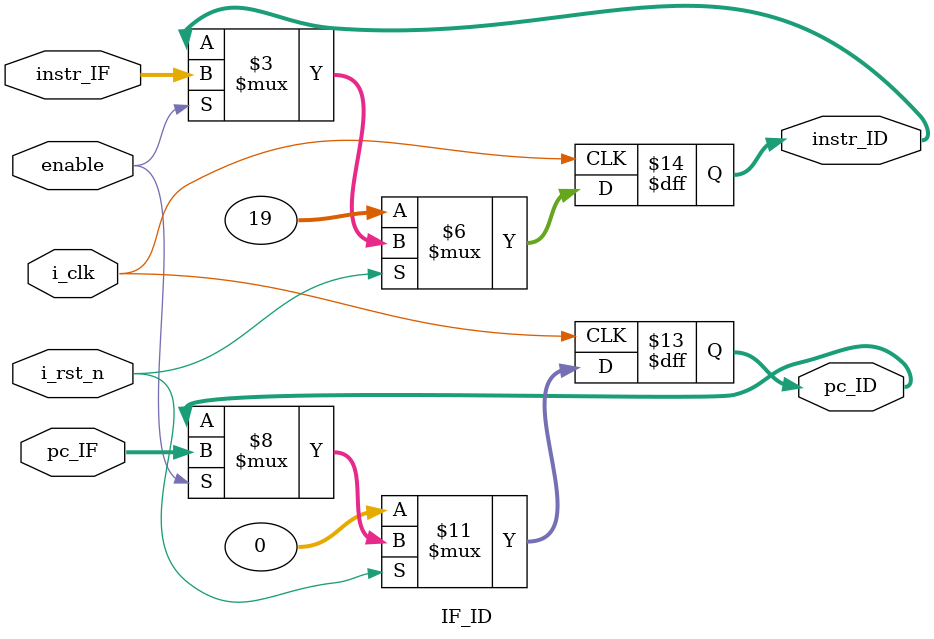
<source format=sv>
module IF_ID(input i_clk,
            input i_rst_n,
            input enable,
            input [31:0] pc_IF,
            input [31:0] instr_IF,
            output logic [31:0] pc_ID,
            output logic [31:0] instr_ID);

   always_ff @(posedge i_clk) begin
      if (!i_rst_n) begin
         pc_ID <= 32'h0;
         instr_ID <= 32'h00000013;
      end
      else if (enable) begin
         pc_ID <= pc_IF;
         instr_ID <= instr_IF;
      end
   end
endmodule
</source>
